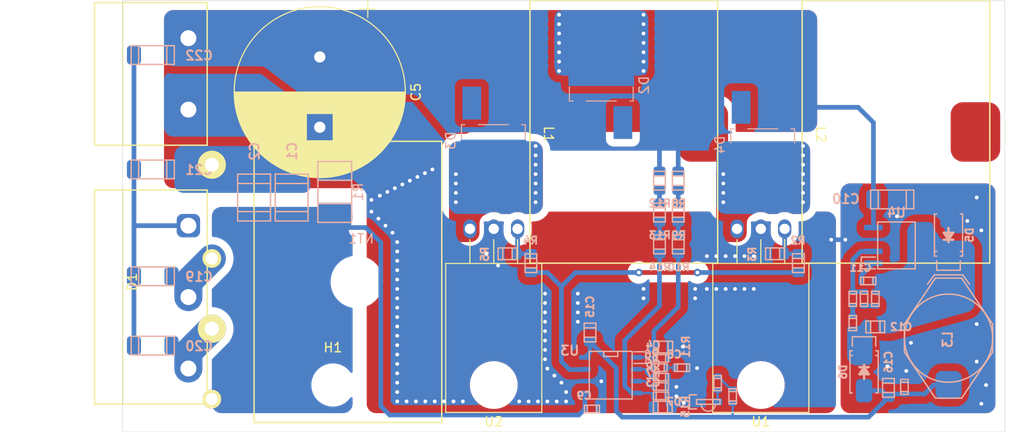
<source format=kicad_pcb>
(kicad_pcb (version 20200119) (host pcbnew "(5.99.0-1254-g6e593aa1e)")
  (layers (0 "F.Cu" signal) (31 "B.Cu" signal) (34 "B.Paste" user) (35 "F.Paste" user) (36 "B.SilkS" user) (37 "F.SilkS" user) (38 "B.Mask" user) (39 "F.Mask" user) (44 "Edge.Cuts" user))
  (net 0 "")
  (net 1 "Net-(D3-Pad2)")
  (net 2 "Net-(R2-Pad2)")
  (net 3 "Net-(R4-Pad2)")
  (net 4 "Net-(R8-Pad2)")
  (net 5 "Net-(R12-Pad2)")
  (net 6 "GND")
  (net 7 "Net-(D4-Pad2)")
  (net 8 "I_sense")
  (net 9 "U_OVP")
  (net 10 "U_FB")
  (net 11 "Net-(C6-Pad1)")
  (net 12 "Net-(C8-Pad1)")
  (net 13 "VPP")
  (net 14 "Net-(C11-Pad2)")
  (net 15 "Net-(C11-Pad1)")
  (net 16 "Net-(C12-Pad1)")
  (net 17 "+15V")
  (net 18 "Net-(D7-Pad2)")
  (net 19 "Gate")
  (net 20 "Net-(R7-Pad1)")
  (net 21 "Net-(R10-Pad1)")
  (net 22 "Net-(R13-Pad2)")
  (net 23 "Net-(R16-Pad2)")
  (net 24 "Net-(R16-Pad1)")
  (net 25 "Net-(R18-Pad2)")
  (net 26 "Net-(R21-Pad2)")
  (net 27 "GNDA")
  (net 28 "VDC")
  (net 29 "Net-(C19-Pad1)")
  (net 30 "Earth_Protective")
  (net 31 "Net-(C20-Pad1)")
  (module "stmbl-kicad-lib:C_1808" (layer "B.Cu") (at 49.2 105.8 180)
    (fp_text reference "C22" (at -4.936 -0.05) (layer "B.SilkS") (effects (font (thickness 0.2)) (justify mirror)))
    (fp_text value "C")
    (pad "1" smd roundrect (at -2 0 180) (size 1.5 2) (layers "B.Cu" "B.Paste" "B.Mask") (net 13 "VPP"))
    (pad "2" smd roundrect (at 2 0 180) (size 1.5 2) (layers "B.Cu" "B.Paste" "B.Mask") (net 30 "Earth_Protective"))
  )
  (module "stmbl-kicad-lib:C_1808" (layer "B.Cu") (at 49.2 118 180)
    (fp_text reference "C21" (at -4.936 -0.05) (layer "B.SilkS") (effects (font (thickness 0.2)) (justify mirror)))
    (fp_text value "C")
    (pad "1" smd roundrect (at -2 0 180) (size 1.5 2) (layers "B.Cu" "B.Paste" "B.Mask") (net 28 "VDC"))
    (pad "2" smd roundrect (at 2 0 180) (size 1.5 2) (layers "B.Cu" "B.Paste" "B.Mask") (net 30 "Earth_Protective"))
  )
  (module "stmbl-kicad-lib:C_1808" (layer "B.Cu") (at 49.2 136.8 180)
    (fp_text reference "C20" (at -4.936 -0.05) (layer "B.SilkS") (effects (font (thickness 0.2)) (justify mirror)))
    (fp_text value "C")
    (pad "1" smd roundrect (at -2 0 180) (size 1.5 2) (layers "B.Cu" "B.Paste" "B.Mask") (net 31 "Net-(C20-Pad1)"))
    (pad "2" smd roundrect (at 2 0 180) (size 1.5 2) (layers "B.Cu" "B.Paste" "B.Mask") (net 30 "Earth_Protective"))
  )
  (module "stmbl-kicad-lib:C_1808" (layer "B.Cu") (at 49.2 129.4 180)
    (fp_text reference "C19" (at -4.936 -0.05) (layer "B.SilkS") (effects (font (thickness 0.2)) (justify mirror)))
    (fp_text value "C")
    (pad "1" smd roundrect (at -2 0 180) (size 1.5 2) (layers "B.Cu" "B.Paste" "B.Mask") (net 29 "Net-(C19-Pad1)"))
    (pad "2" smd roundrect (at 2 0 180) (size 1.5 2) (layers "B.Cu" "B.Paste" "B.Mask") (net 30 "Earth_Protective"))
  )
  (module "MountingHole:MountingHole_3mm" (layer "F.Cu") (at 68.4 141)
    (fp_text reference "H1" (at 0 -4) (layer "F.SilkS"))
    (fp_text value "MountingHole")
    (pad "1" np_thru_hole circle (at 0 0) (size 3 3) (drill 3) (layers *.Cu *.Mask))
  )
  (module "stmbl-kicad-lib:TO-220-3_Horizontal_TabDown_small_pads" (layer "F.Cu") (at 88.08 124.34 180)
    (fp_text reference "U2" (at 2.54 -20.58) (layer "F.SilkS"))
    (fp_text value "NFET")
    (pad "3" thru_hole oval (at 5.08 0 180) (size 1.4 2) (drill 1.1) (layers *.Cu *.Mask) (net 1 "Net-(D3-Pad2)"))
    (pad "2" thru_hole oval (at 2.54 0 180) (size 1.4 2) (drill 1.1) (layers *.Cu *.Mask) (net 6 "GND"))
    (pad "1" thru_hole oval (at 0 0 180) (size 1.4 2) (drill 1.1) (layers *.Cu *.Mask) (net 3 "Net-(R4-Pad2)"))
    (pad "" np_thru_hole oval (at 2.54 -16.66 180) (size 3.5 3.5) (drill 3.5) (layers *.Cu *.Mask))
  )
  (module "stmbl-kicad-lib:TO-220-3_Horizontal_TabDown_small_pads" (layer "F.Cu") (at 116.54 124.34 180)
    (fp_text reference "U1" (at 2.54 -20.58) (layer "F.SilkS"))
    (fp_text value "NFET")
    (pad "3" thru_hole oval (at 5.08 0 180) (size 1.4 2) (drill 1.1) (layers *.Cu *.Mask) (net 7 "Net-(D4-Pad2)"))
    (pad "2" thru_hole oval (at 2.54 0 180) (size 1.4 2) (drill 1.1) (layers *.Cu *.Mask) (net 6 "GND"))
    (pad "1" thru_hole oval (at 0 0 180) (size 1.4 2) (drill 1.1) (layers *.Cu *.Mask) (net 2 "Net-(R2-Pad2)"))
    (pad "" np_thru_hole oval (at 2.54 -16.66 180) (size 3.5 3.5) (drill 3.5) (layers *.Cu *.Mask))
  )
  (module "stmbl-kicad-lib:dfb_bridge" (layer "F.Cu") (at 50 130 -90)
    (fp_text reference "D1" (at 0 3 90) (layer "F.SilkS"))
    (fp_text value "D_Bridge_+AA-")
    (pad "4" thru_hole circle (at 12.5 -5.5 270) (size 2 2) (drill 1.3) (layers *.Cu *.Mask "F.SilkS") (net 27 "GNDA"))
    (pad "3" thru_hole circle (at 5 -5.5 270) (size 3 3) (drill 1.5) (layers *.Cu *.Mask "F.SilkS") (net 31 "Net-(C20-Pad1)"))
    (pad "2" thru_hole circle (at -2.5 -5.5 270) (size 2 2) (drill 1.3) (layers *.Cu *.Mask "F.SilkS") (net 29 "Net-(C19-Pad1)"))
    (pad "1" thru_hole circle (at -12.5 -5.5 270) (size 3 3) (drill 1.5) (layers *.Cu *.Mask "F.SilkS") (net 28 "VDC"))
    (pad "" np_thru_hole circle (at 0 -20.955 270) (size 4 4) (drill 4) (layers *.Cu *.Mask))
  )
  (module "stmbl-kicad-lib:TO-252-2_STSiC" (layer "B.Cu") (at 97 108.425 90)
    (fp_text reference "D2" (at -0.575 4.55 90) (layer "B.SilkS") (effects (justify mirror)))
    (fp_text value "STPSC6H065B")
    (pad "2" smd rect (at 2.825 0 90) (size 7 7) (layers "B.Cu" "B.Mask") (net 28 "VDC"))
    (pad "1" smd rect (at -4.575 -2.28 90) (size 3.5 2) (layers "B.Cu" "B.Paste" "B.Mask") (net 13 "VPP"))
    (pad "" smd rect (at -4.575 2.3 90) (size 3.5 2) (layers "B.Cu" "B.Paste" "B.Mask"))
  )
  (module "stmbl-kicad-lib:RM7.62_1x3" (layer "F.Cu") (at 53 124 -90)
    (fp_text reference "J1" hide)
    (fp_text value "Conn_01x03_Male" hide)
    (pad "1" thru_hole circle (at 0 0 270) (size 2 2) (drill 1.7) (layers *.Cu *.Mask) (net 30 "Earth_Protective"))
    (pad "1" smd roundrect (at 0 0 270) (size 2.5 2.5) (layers "B.Cu" "B.Mask") (net 30 "Earth_Protective"))
    (pad "2" thru_hole circle (at 7.62 0 270) (size 2 2) (drill 1.7) (layers *.Cu *.Mask) (net 29 "Net-(C19-Pad1)"))
    (pad "2" smd roundrect (at 7.62 0 270) (size 2.5 2.5) (layers "B.Cu" "B.Mask") (net 29 "Net-(C19-Pad1)"))
    (pad "3" thru_hole circle (at 15.24 0 270) (size 2 2) (drill 1.7) (layers *.Cu *.Mask) (net 31 "Net-(C20-Pad1)"))
    (pad "3" smd roundrect (at 15.24 0 270) (size 2.5 2.5) (layers "B.Cu" "B.Mask") (net 31 "Net-(C20-Pad1)"))
  )
  (module "stmbl-kicad-lib:RM7.62_1x2" (layer "F.Cu") (at 53 104 -90)
    (fp_text reference "J2" hide)
    (fp_text value "CONN_01X02" hide)
    (pad "1" thru_hole circle (at 0 0 270) (size 2 2) (drill 1.7) (layers *.Cu *.Mask) (net 13 "VPP"))
    (pad "1" smd roundrect (at 0 0 270) (size 2.5 2.5) (layers "B.Cu" "B.Mask") (net 13 "VPP"))
    (pad "2" thru_hole circle (at 7.62 0 270) (size 2 2) (drill 1.7) (layers *.Cu *.Mask) (net 6 "GND"))
    (pad "2" smd roundrect (at 7.62 0 270) (size 2.5 2.5) (layers "B.Cu" "B.Mask") (net 6 "GND"))
  )
  (module "Capacitor_THT:CP_Radial_D18.0mm_P7.50mm" (layer "F.Cu") (at 67 106 -90)
    (fp_text reference "C5" (at 3.75 -10.25 90) (layer "F.SilkS"))
    (fp_text value "CP")
    (pad "1" thru_hole rect (at 0 0 270) (size 2.4 2.4) (drill 1.2) (layers *.Cu *.Mask) (net 13 "VPP"))
    (pad "2" thru_hole circle (at 7.5 0 270) (size 2.4 2.4) (drill 1.2) (layers *.Cu *.Mask) (net 6 "GND"))
  )
  (module "stmbl-kicad-lib:TO-252-2_STSiC" (layer "B.Cu") (at 85.5 115.5 -90)
    (fp_text reference "D3" (at -0.575 4.55 90) (layer "B.SilkS") (effects (justify mirror)))
    (fp_text value "STPSC6H065B")
    (pad "2" smd rect (at 2.825 0 270) (size 7 7) (layers "B.Cu" "B.Mask") (net 1 "Net-(D3-Pad2)"))
    (pad "1" smd rect (at -4.575 -2.28 270) (size 3.5 2) (layers "B.Cu" "B.Paste" "B.Mask") (net 13 "VPP"))
    (pad "" smd rect (at -4.575 2.3 270) (size 3.5 2) (layers "B.Cu" "B.Paste" "B.Mask"))
  )
  (module "stmbl-kicad-lib:TO-252-2_STSiC" (layer "B.Cu") (at 114.2 115.95 -90)
    (fp_text reference "D4" (at -0.575 4.55 90) (layer "B.SilkS") (effects (justify mirror)))
    (fp_text value "STPSC6H065B")
    (pad "2" smd rect (at 2.825 0 270) (size 7 7) (layers "B.Cu" "B.Mask") (net 7 "Net-(D4-Pad2)"))
    (pad "1" smd rect (at -4.575 -2.28 270) (size 3.5 2) (layers "B.Cu" "B.Paste" "B.Mask") (net 13 "VPP"))
    (pad "" smd rect (at -4.575 2.3 270) (size 3.5 2) (layers "B.Cu" "B.Paste" "B.Mask"))
  )
  (module "PQ2617BHA:PQ2617BHA" (layer "F.Cu") (at 100.15 114 -90)
    (fp_text reference "L1" (at 0.25 8.75 -90 unlocked) (layer "F.SilkS"))
    (fp_text value "INDUCTOR")
    (pad "" smd roundrect (at 0 -7.72 270) (size 6.35 5.28) (layers "F.Cu" "F.Paste" "F.Mask"))
    (pad "1" smd roundrect (at -5.075 14.355 270) (size 5.33 5.59) (layers "F.Cu" "F.Paste" "F.Mask") (net 28 "VDC"))
    (pad "2" smd roundrect (at 5.075 14.355 270) (size 5.33 5.59) (layers "F.Cu" "F.Paste" "F.Mask") (net 1 "Net-(D3-Pad2)"))
  )
  (module "PQ2617BHA:PQ2617BHA" (layer "F.Cu") (at 129.15 114 -90)
    (fp_text reference "L2" (at 0.25 8.75 -90 unlocked) (layer "F.SilkS"))
    (fp_text value "INDUCTOR")
    (pad "" smd roundrect (at 0 -7.72 270) (size 6.35 5.28) (layers "F.Cu" "F.Paste" "F.Mask"))
    (pad "1" smd roundrect (at -5.075 14.355 270) (size 5.33 5.59) (layers "F.Cu" "F.Paste" "F.Mask") (net 28 "VDC"))
    (pad "2" smd roundrect (at 5.075 14.355 270) (size 5.33 5.59) (layers "F.Cu" "F.Paste" "F.Mask") (net 7 "Net-(D4-Pad2)"))
  )
  (module "NetTie:NetTie-2_SMD_Pad0.5mm" (layer "B.Cu") (at 71.4 124.2)
    (fp_text reference "NT1" (at 0 1.2) (layer "B.SilkS") (effects (justify mirror)))
    (fp_text value "Net-Tie_2")
    (fp_poly (pts (xy -0.5 0.25) (xy 0.5 0.25) (xy 0.5 -0.25) (xy -0.5 -0.25)) (layer "B.Cu") (width 0))
    (pad "2" smd circle (at 0.5 0) (size 0.5 0.5) (layers "B.Cu") (net 8 "I_sense"))
    (pad "1" smd circle (at -0.5 0) (size 0.5 0.5) (layers "B.Cu") (net 27 "GNDA"))
  )
  (module "stmbl-kicad-lib:C_0603" (layer "B.Cu") (at 103.202499 139.1525)
    (fp_text reference "R6" (at -0.834 -1.416) (layer "B.SilkS") (effects (font (size 0.8 0.8) (thickness 0.2)) (justify mirror)))
    (fp_text value "R")
    (pad "2" smd roundrect (at 0.75 0) (size 0.59 0.8) (layers "B.Cu" "B.Paste" "B.Mask") (net 12 "Net-(C8-Pad1)"))
    (pad "1" smd roundrect (at -0.75 0) (size 0.59 0.8) (layers "B.Cu" "B.Paste" "B.Mask") (net 11 "Net-(C6-Pad1)"))
  )
  (module "stmbl-kicad-lib:C_0603" (layer "B.Cu") (at 103.3525 141.1525)
    (fp_text reference "R7" (at -0.834 -1.416) (layer "B.SilkS") (effects (font (size 0.8 0.8) (thickness 0.2)) (justify mirror)))
    (fp_text value "39k")
    (pad "2" smd roundrect (at 0.75 0) (size 0.59 0.8) (layers "B.Cu" "B.Paste" "B.Mask") (net 6 "GND"))
    (pad "1" smd roundrect (at -0.75 0) (size 0.59 0.8) (layers "B.Cu" "B.Paste" "B.Mask") (net 20 "Net-(R7-Pad1)"))
  )
  (module "stmbl:SOIC-7" (layer "B.Cu") (at 128.45 126.105)
    (fp_text reference "U4" (at 0 -3.5) (layer "B.SilkS") (effects (font (thickness 0.2)) (justify mirror)))
    (fp_text value "LNK304D")
    (pad "8" smd roundrect (at 2.45 1.905 90) (size 0.6 2) (layers "B.Cu" "B.Paste" "B.Mask") (net 14 "Net-(C11-Pad2)"))
    (pad "7" smd roundrect (at 2.45 0.635 90) (size 0.6 2) (layers "B.Cu" "B.Paste" "B.Mask") (net 14 "Net-(C11-Pad2)"))
    (pad "6" smd roundrect (at 2.45 -0.635 90) (size 0.6 2) (layers "B.Cu" "B.Paste" "B.Mask") (net 14 "Net-(C11-Pad2)"))
    (pad "5" smd roundrect (at 2.45 -1.905 90) (size 0.6 2) (layers "B.Cu" "B.Paste" "B.Mask") (net 14 "Net-(C11-Pad2)"))
    (pad "4" smd roundrect (at -2.45 -1.905 90) (size 0.6 2) (layers "B.Cu" "B.Paste" "B.Mask") (net 13 "VPP"))
    (pad "2" smd roundrect (at -2.45 0.635 90) (size 0.6 2) (layers "B.Cu" "B.Paste" "B.Mask") (net 23 "Net-(R16-Pad2)"))
    (pad "1" smd roundrect (at -2.45 1.905 90) (size 0.6 2) (layers "B.Cu" "B.Paste" "B.Mask") (net 15 "Net-(C11-Pad1)"))
  )
  (module "stmbl-kicad-lib:SOIC-8-N" (layer "B.Cu") (at 98.0025 139.9525 180)
    (fp_text reference "U3" (at 4.362 2.624 180) (layer "B.SilkS") (effects (font (thickness 0.2)) (justify mirror)))
    (fp_text value "BD7692FJ")
    (pad "1" smd roundrect (at -2.75 1.905 270) (size 0.5 1.25) (layers "B.Cu" "B.Paste" "B.Mask") (net 10 "U_FB"))
    (pad "2" smd roundrect (at -2.75 0.635 270) (size 0.5 1.25) (layers "B.Cu" "B.Paste" "B.Mask") (net 11 "Net-(C6-Pad1)"))
    (pad "3" smd roundrect (at -2.75 -0.635 270) (size 0.5 1.25) (layers "B.Cu" "B.Paste" "B.Mask") (net 20 "Net-(R7-Pad1)"))
    (pad "4" smd roundrect (at -2.75 -1.905 270) (size 0.5 1.25) (layers "B.Cu" "B.Paste" "B.Mask") (net 9 "U_OVP"))
    (pad "5" smd roundrect (at 2.75 -1.905 270) (size 0.5 1.25) (layers "B.Cu" "B.Paste" "B.Mask") (net 8 "I_sense"))
    (pad "6" smd roundrect (at 2.75 -0.635 270) (size 0.5 1.25) (layers "B.Cu" "B.Paste" "B.Mask") (net 6 "GND"))
    (pad "7" smd roundrect (at 2.75 0.635 270) (size 0.5 1.25) (layers "B.Cu" "B.Paste" "B.Mask") (net 19 "Gate"))
    (pad "8" smd roundrect (at 2.75 1.905 270) (size 0.5 1.25) (layers "B.Cu" "B.Paste" "B.Mask") (net 17 "+15V"))
  )
  (module "stmbl:R_0603" (layer "B.Cu") (at 109.4 140.8 -90)
    (fp_text reference "R22" hide)
    (fp_text value "1k")
    (pad "2" smd roundrect (at 0.75 0 270) (size 0.59 0.8) (layers "B.Cu" "B.Paste" "B.Mask") (net 18 "Net-(D7-Pad2)"))
    (pad "1" smd roundrect (at -0.75 0 270) (size 0.59 0.8) (layers "B.Cu" "B.Paste" "B.Mask") (net 26 "Net-(R21-Pad2)"))
  )
  (module "stmbl:R_0603" (layer "B.Cu") (at 111 142.2 90)
    (fp_text reference "R21" hide)
    (fp_text value "1k")
    (pad "2" smd roundrect (at 0.75 0 90) (size 0.59 0.8) (layers "B.Cu" "B.Paste" "B.Mask") (net 26 "Net-(R21-Pad2)"))
    (pad "1" smd roundrect (at -0.75 0 90) (size 0.59 0.8) (layers "B.Cu" "B.Paste" "B.Mask") (net 17 "+15V"))
  )
  (module "stmbl:R_0603" (layer "B.Cu") (at 129.3 141.2 90)
    (fp_text reference "R20" hide)
    (fp_text value "3.9k")
    (pad "2" smd roundrect (at 0.75 0 90) (size 0.59 0.8) (layers "B.Cu" "B.Paste" "B.Mask") (net 6 "GND"))
    (pad "1" smd roundrect (at -0.75 0 90) (size 0.59 0.8) (layers "B.Cu" "B.Paste" "B.Mask") (net 17 "+15V"))
  )
  (module "stmbl:R_0603" (layer "B.Cu") (at 123.8 134.4 -90)
    (fp_text reference "R19" hide)
    (fp_text value "15k")
    (pad "2" smd roundrect (at 0.75 0 270) (size 0.59 0.8) (layers "B.Cu" "B.Paste" "B.Mask") (net 16 "Net-(C12-Pad1)"))
    (pad "1" smd roundrect (at -0.75 0 270) (size 0.59 0.8) (layers "B.Cu" "B.Paste" "B.Mask") (net 25 "Net-(R18-Pad2)"))
  )
  (module "stmbl:R_0603" (layer "B.Cu") (at 123.8 131.8 -90)
    (fp_text reference "R18" hide)
    (fp_text value "1.5k")
    (pad "2" smd roundrect (at 0.75 0 270) (size 0.59 0.8) (layers "B.Cu" "B.Paste" "B.Mask") (net 25 "Net-(R18-Pad2)"))
    (pad "1" smd roundrect (at -0.75 0 270) (size 0.59 0.8) (layers "B.Cu" "B.Paste" "B.Mask") (net 23 "Net-(R16-Pad2)"))
  )
  (module "stmbl:R_0603" (layer "B.Cu") (at 126.2 131.8 -90)
    (fp_text reference "R17" hide)
    (fp_text value "1k")
    (pad "2" smd roundrect (at 0.75 0 270) (size 0.59 0.8) (layers "B.Cu" "B.Paste" "B.Mask") (net 24 "Net-(R16-Pad1)"))
    (pad "1" smd roundrect (at -0.75 0 270) (size 0.59 0.8) (layers "B.Cu" "B.Paste" "B.Mask") (net 14 "Net-(C11-Pad2)"))
  )
  (module "stmbl:R_0603" (layer "B.Cu") (at 125 131.8 90)
    (fp_text reference "R16" hide)
    (fp_text value "1k")
    (pad "2" smd roundrect (at 0.75 0 90) (size 0.59 0.8) (layers "B.Cu" "B.Paste" "B.Mask") (net 23 "Net-(R16-Pad2)"))
    (pad "1" smd roundrect (at -0.75 0 90) (size 0.59 0.8) (layers "B.Cu" "B.Paste" "B.Mask") (net 24 "Net-(R16-Pad1)"))
  )
  (module "stmbl:NPI31W" (layer "B.Cu") (at 134 136 -90)
    (fp_text reference "L3" (at 0.142 0.096 90) (layer "B.SilkS") (effects (font (thickness 0.2)) (justify mirror)))
    (fp_text value "1m 250mA")
    (pad "2" smd roundrect (at 5 0 270) (size 3 2.8) (layers "B.Cu" "B.Paste" "B.Mask") (net 17 "+15V"))
    (pad "1" smd roundrect (at -5 0 270) (size 3 2.8) (layers "B.Cu" "B.Paste" "B.Mask") (net 14 "Net-(C11-Pad2)"))
  )
  (module "stmbl:LED-0805-SIDE" (layer "B.Cu") (at 108.4 142.8)
    (fp_text reference "D7" (at -3.67 -0.016) (layer "B.SilkS") (effects (font (size 0.8 0.8) (thickness 0.2)) (justify mirror)))
    (fp_text value "green")
    (pad "2" smd roundrect (at 1 0 180) (size 1 0.75) (layers "B.Cu" "B.Paste" "B.Mask") (net 18 "Net-(D7-Pad2)"))
    (pad "1" smd roundrect (at -1 0 180) (size 1 0.75) (layers "B.Cu" "B.Paste" "B.Mask") (net 6 "GND"))
  )
  (module "stmbl:SMA_Standard" (layer "B.Cu") (at 125 139.6 -90)
    (fp_text reference "D6" (at 0 2.25 90) (layer "B.SilkS") (effects (font (size 0.8 0.8) (thickness 0.2)) (justify mirror)))
    (fp_text value "ES1J R2")
    (pad "2" smd roundrect (at 2 0 270) (size 2.5 1.75) (layers "B.Cu" "B.Paste" "B.Mask") (net 17 "+15V"))
    (pad "1" smd roundrect (at -2 0 270) (size 2.5 1.75) (layers "B.Cu" "B.Paste" "B.Mask") (net 16 "Net-(C12-Pad1)"))
  )
  (module "stmbl:SMA_Standard" (layer "B.Cu") (at 134 125 90)
    (fp_text reference "D5" (at 0 2.25 270) (layer "B.SilkS") (effects (font (size 0.8 0.8) (thickness 0.2)) (justify mirror)))
    (fp_text value "ES1J R2")
    (pad "2" smd roundrect (at 2 0 90) (size 2.5 1.75) (layers "B.Cu" "B.Paste" "B.Mask") (net 6 "GND"))
    (pad "1" smd roundrect (at -2 0 90) (size 2.5 1.75) (layers "B.Cu" "B.Paste" "B.Mask") (net 14 "Net-(C11-Pad2)"))
  )
  (module "stmbl:C_0805" (layer "B.Cu") (at 127.6 141.3 90)
    (fp_text reference "C16" (at 2.75 0 90) (layer "B.SilkS") (effects (font (size 0.8 0.8) (thickness 0.2)) (justify mirror)))
    (fp_text value "10µ")
    (pad "1" smd roundrect (at -1 0 90) (size 1 1.25) (layers "B.Cu" "B.Paste" "B.Mask") (net 17 "+15V"))
    (pad "2" smd roundrect (at 1 0 90) (size 1 1.25) (layers "B.Cu" "B.Paste" "B.Mask") (net 6 "GND"))
  )
  (module "stmbl:C_0805" (layer "B.Cu") (at 95.8 135.4 90)
    (fp_text reference "C15" (at 2.75 0 270) (layer "B.SilkS") (effects (font (size 0.8 0.8) (thickness 0.2)) (justify mirror)))
    (fp_text value "10µ")
    (pad "1" smd roundrect (at -1 0 90) (size 1 1.25) (layers "B.Cu" "B.Paste" "B.Mask") (net 17 "+15V"))
    (pad "2" smd roundrect (at 1 0 90) (size 1 1.25) (layers "B.Cu" "B.Paste" "B.Mask") (net 6 "GND"))
  )
  (module "stmbl:C_0805" (layer "B.Cu") (at 126.2 134.8)
    (fp_text reference "C12" (at 2.75 0 180) (layer "B.SilkS") (effects (font (size 0.8 0.8) (thickness 0.2)) (justify mirror)))
    (fp_text value "10µ")
    (pad "1" smd roundrect (at -1 0) (size 1 1.25) (layers "B.Cu" "B.Paste" "B.Mask") (net 16 "Net-(C12-Pad1)"))
    (pad "2" smd roundrect (at 1 0) (size 1 1.25) (layers "B.Cu" "B.Paste" "B.Mask") (net 14 "Net-(C11-Pad2)"))
  )
  (module "stmbl:C_0603" (layer "B.Cu") (at 125.45 129.9)
    (fp_text reference "C11" (at -0.834 -1.416) (layer "B.SilkS") (effects (font (size 0.8 0.8) (thickness 0.2)) (justify mirror)))
    (fp_text value "100n")
    (pad "2" smd roundrect (at 0.75 0) (size 0.59 0.8) (layers "B.Cu" "B.Paste" "B.Mask") (net 14 "Net-(C11-Pad2)"))
    (pad "1" smd roundrect (at -0.75 0) (size 0.59 0.8) (layers "B.Cu" "B.Paste" "B.Mask") (net 15 "Net-(C11-Pad1)"))
  )
  (module "stmbl:C_1808" (layer "B.Cu") (at 128 121.2)
    (fp_text reference "C10" (at -4.936 -0.05 180) (layer "B.SilkS") (effects (font (thickness 0.2)) (justify mirror)))
    (fp_text value "150n")
    (pad "1" smd roundrect (at -2 0) (size 1.5 2) (layers "B.Cu" "B.Paste" "B.Mask") (net 13 "VPP"))
    (pad "2" smd roundrect (at 2 0) (size 1.5 2) (layers "B.Cu" "B.Paste" "B.Mask") (net 6 "GND"))
  )
  (module "stmbl-kicad-lib:C_0603" (layer "B.Cu") (at 96.0025 143.552499)
    (fp_text reference "C9" (at -0.834 -1.416) (layer "B.SilkS") (effects (font (size 0.8 0.8) (thickness 0.2)) (justify mirror)))
    (fp_text value "1n")
    (pad "2" smd roundrect (at 0.75 0) (size 0.59 0.8) (layers "B.Cu" "B.Paste" "B.Mask") (net 6 "GND"))
    (pad "1" smd roundrect (at -0.75 0) (size 0.59 0.8) (layers "B.Cu" "B.Paste" "B.Mask") (net 8 "I_sense"))
  )
  (module "stmbl-kicad-lib:C_0603" (layer "B.Cu") (at 105.6025 139.1525)
    (fp_text reference "C8" (at -0.834 -1.416) (layer "B.SilkS") (effects (font (size 0.8 0.8) (thickness 0.2)) (justify mirror)))
    (fp_text value "C")
    (pad "2" smd roundrect (at 0.75 0) (size 0.59 0.8) (layers "B.Cu" "B.Paste" "B.Mask") (net 6 "GND"))
    (pad "1" smd roundrect (at -0.75 0) (size 0.59 0.8) (layers "B.Cu" "B.Paste" "B.Mask") (net 12 "Net-(C8-Pad1)"))
  )
  (module "stmbl-kicad-lib:C_0603" (layer "B.Cu") (at 103.3525 140.1525)
    (fp_text reference "C6" (at -0.834 -1.416) (layer "B.SilkS") (effects (font (size 0.8 0.8) (thickness 0.2)) (justify mirror)))
    (fp_text value "C")
    (pad "2" smd roundrect (at 0.75 0) (size 0.59 0.8) (layers "B.Cu" "B.Paste" "B.Mask") (net 6 "GND"))
    (pad "1" smd roundrect (at -0.75 0) (size 0.59 0.8) (layers "B.Cu" "B.Paste" "B.Mask") (net 11 "Net-(C6-Pad1)"))
  )
  (module "stmbl-kicad-lib:C_0603" (layer "B.Cu") (at 103.3525 138.1525)
    (fp_text reference "C4" (at -0.834 -1.416) (layer "B.SilkS") (effects (font (size 0.8 0.8) (thickness 0.2)) (justify mirror)))
    (fp_text value "1n")
    (pad "2" smd roundrect (at 0.75 0) (size 0.59 0.8) (layers "B.Cu" "B.Paste" "B.Mask") (net 6 "GND"))
    (pad "1" smd roundrect (at -0.75 0) (size 0.59 0.8) (layers "B.Cu" "B.Paste" "B.Mask") (net 10 "U_FB"))
  )
  (module "stmbl-kicad-lib:C_0603" (layer "B.Cu") (at 103.3525 142.1525)
    (fp_text reference "C3" (at -0.834 -1.416 180) (layer "B.SilkS") (effects (font (size 0.8 0.8) (thickness 0.2)) (justify mirror)))
    (fp_text value "1n")
    (pad "2" smd roundrect (at 0.75 0) (size 0.59 0.8) (layers "B.Cu" "B.Paste" "B.Mask") (net 6 "GND"))
    (pad "1" smd roundrect (at -0.75 0) (size 0.59 0.8) (layers "B.Cu" "B.Paste" "B.Mask") (net 9 "U_OVP"))
  )
  (module "stmbl-kicad-lib:R_2512_BIG" (layer "B.Cu") (at 68.6 120.4 90)
    (fp_text reference "R1" (at 0 2.5 90) (layer "B.SilkS") (effects (justify mirror)))
    (fp_text value ".06")
    (pad "2" smd rect (at 2.5 0 90) (size 2.7 3.5) (layers "B.Cu" "B.Paste" "B.Mask") (net 6 "GND"))
    (pad "1" smd rect (at -2.5 0 90) (size 2.7 3.5) (layers "B.Cu" "B.Paste" "B.Mask") (net 27 "GNDA"))
  )
  (module "stmbl-kicad-lib:R_0805" (layer "B.Cu") (at 103.5525 143.3525)
    (fp_text reference "R15" (at 2.412 -0.04 90) (layer "B.SilkS") (effects (font (size 0.8 0.8) (thickness 0.2)) (justify mirror)))
    (fp_text value "10k")
    (pad "1" smd roundrect (at -1 0) (size 1 1.25) (layers "B.Cu" "B.Paste" "B.Mask") (net 9 "U_OVP"))
    (pad "2" smd roundrect (at 1 0) (size 1 1.25) (layers "B.Cu" "B.Paste" "B.Mask") (net 6 "GND"))
  )
  (module "stmbl-kicad-lib:R_0805" (layer "B.Cu") (at 103.2 126 -90)
    (fp_text reference "R14" (at 2.412 -0.04 180) (layer "B.SilkS") (effects (font (size 0.8 0.8) (thickness 0.2)) (justify mirror)))
    (fp_text value "390k")
    (pad "1" smd roundrect (at -1 0 270) (size 1 1.25) (layers "B.Cu" "B.Paste" "B.Mask") (net 22 "Net-(R13-Pad2)"))
    (pad "2" smd roundrect (at 1 0 270) (size 1 1.25) (layers "B.Cu" "B.Paste" "B.Mask") (net 9 "U_OVP"))
  )
  (module "stmbl-kicad-lib:R_0805" (layer "B.Cu") (at 103.2 122.6 -90)
    (fp_text reference "R13" (at 2.412 -0.04 180) (layer "B.SilkS") (effects (font (size 0.8 0.8) (thickness 0.2)) (justify mirror)))
    (fp_text value "500k")
    (pad "1" smd roundrect (at -1 0 270) (size 1 1.25) (layers "B.Cu" "B.Paste" "B.Mask") (net 5 "Net-(R12-Pad2)"))
    (pad "2" smd roundrect (at 1 0 270) (size 1 1.25) (layers "B.Cu" "B.Paste" "B.Mask") (net 22 "Net-(R13-Pad2)"))
  )
  (module "stmbl-kicad-lib:R_0805" (layer "B.Cu") (at 103.2 119.2 -90)
    (fp_text reference "R12" (at 2.412 -0.04 180) (layer "B.SilkS") (effects (font (size 0.8 0.8) (thickness 0.2)) (justify mirror)))
    (fp_text value "500k")
    (pad "1" smd roundrect (at -1 0 270) (size 1 1.25) (layers "B.Cu" "B.Paste" "B.Mask") (net 13 "VPP"))
    (pad "2" smd roundrect (at 1 0 270) (size 1 1.25) (layers "B.Cu" "B.Paste" "B.Mask") (net 5 "Net-(R12-Pad2)"))
  )
  (module "stmbl-kicad-lib:R_0805" (layer "B.Cu") (at 103.6025 136.9525)
    (fp_text reference "R11" (at 2.412 -0.04 270) (layer "B.SilkS") (effects (font (size 0.8 0.8) (thickness 0.2)) (justify mirror)))
    (fp_text value "10k")
    (pad "1" smd roundrect (at -1 0) (size 1 1.25) (layers "B.Cu" "B.Paste" "B.Mask") (net 10 "U_FB"))
    (pad "2" smd roundrect (at 1 0) (size 1 1.25) (layers "B.Cu" "B.Paste" "B.Mask") (net 6 "GND"))
  )
  (module "stmbl-kicad-lib:R_0805" (layer "B.Cu") (at 105.2 126 -90)
    (fp_text reference "R10" (at 2.412 -0.04 180) (layer "B.SilkS") (effects (font (size 0.8 0.8) (thickness 0.2)) (justify mirror)))
    (fp_text value "390k")
    (pad "1" smd roundrect (at -1 0 270) (size 1 1.25) (layers "B.Cu" "B.Paste" "B.Mask") (net 21 "Net-(R10-Pad1)"))
    (pad "2" smd roundrect (at 1 0 270) (size 1 1.25) (layers "B.Cu" "B.Paste" "B.Mask") (net 10 "U_FB"))
  )
  (module "stmbl-kicad-lib:R_0805" (layer "B.Cu") (at 105.2 122.6 -90)
    (fp_text reference "R9" (at 2.412 -0.04 180) (layer "B.SilkS") (effects (font (size 0.8 0.8) (thickness 0.2)) (justify mirror)))
    (fp_text value "500k")
    (pad "1" smd roundrect (at -1 0 270) (size 1 1.25) (layers "B.Cu" "B.Paste" "B.Mask") (net 4 "Net-(R8-Pad2)"))
    (pad "2" smd roundrect (at 1 0 270) (size 1 1.25) (layers "B.Cu" "B.Paste" "B.Mask") (net 21 "Net-(R10-Pad1)"))
  )
  (module "stmbl-kicad-lib:R_0805" (layer "B.Cu") (at 105.2 119.2 -90)
    (fp_text reference "R8" (at 2.412 -0.04 180) (layer "B.SilkS") (effects (font (size 0.8 0.8) (thickness 0.2)) (justify mirror)))
    (fp_text value "500k")
    (pad "1" smd roundrect (at -1 0 270) (size 1 1.25) (layers "B.Cu" "B.Paste" "B.Mask") (net 13 "VPP"))
    (pad "2" smd roundrect (at 1 0 270) (size 1 1.25) (layers "B.Cu" "B.Paste" "B.Mask") (net 4 "Net-(R8-Pad2)"))
  )
  (module "stmbl-kicad-lib:R_0805" (layer "B.Cu") (at 87 127 180)
    (fp_text reference "R5" (at 2.412 -0.04 270) (layer "B.SilkS") (effects (font (size 0.8 0.8) (thickness 0.2)) (justify mirror)))
    (fp_text value "10k")
    (pad "1" smd roundrect (at -1 0 180) (size 1 1.25) (layers "B.Cu" "B.Paste" "B.Mask") (net 3 "Net-(R4-Pad2)"))
    (pad "2" smd roundrect (at 1 0 180) (size 1 1.25) (layers "B.Cu" "B.Paste" "B.Mask") (net 6 "GND"))
  )
  (module "stmbl-kicad-lib:R_0805" (layer "B.Cu") (at 89.5 128 90)
    (fp_text reference "R4" (at 2.412 -0.04 180) (layer "B.SilkS") (effects (font (size 0.8 0.8) (thickness 0.2)) (justify mirror)))
    (fp_text value "22")
    (pad "1" smd roundrect (at -1 0 90) (size 1 1.25) (layers "B.Cu" "B.Paste" "B.Mask") (net 19 "Gate"))
    (pad "2" smd roundrect (at 1 0 90) (size 1 1.25) (layers "B.Cu" "B.Paste" "B.Mask") (net 3 "Net-(R4-Pad2)"))
  )
  (module "stmbl-kicad-lib:R_0805" (layer "B.Cu") (at 115.5 127 180)
    (fp_text reference "R3" (at 2.412 -0.04 270) (layer "B.SilkS") (effects (font (size 0.8 0.8) (thickness 0.2)) (justify mirror)))
    (fp_text value "10k")
    (pad "1" smd roundrect (at -1 0 180) (size 1 1.25) (layers "B.Cu" "B.Paste" "B.Mask") (net 2 "Net-(R2-Pad2)"))
    (pad "2" smd roundrect (at 1 0 180) (size 1 1.25) (layers "B.Cu" "B.Paste" "B.Mask") (net 6 "GND"))
  )
  (module "stmbl-kicad-lib:R_0805" (layer "B.Cu") (at 118 128 90)
    (fp_text reference "R2" (at 2.412 -0.04 180) (layer "B.SilkS") (effects (font (size 0.8 0.8) (thickness 0.2)) (justify mirror)))
    (fp_text value "22")
    (pad "1" smd roundrect (at -1 0 90) (size 1 1.25) (layers "B.Cu" "B.Paste" "B.Mask") (net 19 "Gate"))
    (pad "2" smd roundrect (at 1 0 90) (size 1 1.25) (layers "B.Cu" "B.Paste" "B.Mask") (net 2 "Net-(R2-Pad2)"))
  )
  (module "stmbl-kicad-lib:C_1812" (layer "B.Cu") (at 60 121 -90)
    (fp_text reference "C2" (at -4.936 -0.05 -90) (layer "B.SilkS") (effects (font (thickness 0.2)) (justify mirror)))
    (fp_text value "C")
    (pad "1" smd roundrect (at -2 0 270) (size 1.5 3.5) (layers "B.Cu" "B.Paste" "B.Mask") (net 28 "VDC"))
    (pad "2" smd roundrect (at 2 0 270) (size 1.5 3.5) (layers "B.Cu" "B.Paste" "B.Mask") (net 27 "GNDA"))
  )
  (module "stmbl-kicad-lib:C_1812" (layer "B.Cu") (at 64.000001 120.999999 -90)
    (fp_text reference "C1" (at -4.936 -0.05 -90) (layer "B.SilkS") (effects (font (thickness 0.2)) (justify mirror)))
    (fp_text value "C")
    (pad "1" smd roundrect (at -2 0 270) (size 1.5 3.5) (layers "B.Cu" "B.Paste" "B.Mask") (net 28 "VDC"))
    (pad "2" smd roundrect (at 2 0 270) (size 1.5 3.5) (layers "B.Cu" "B.Paste" "B.Mask") (net 27 "GNDA"))
  )
  (gr_line (start 140 100) (end 140 146) (layer "Edge.Cuts") (width 0.05))
  (gr_line (start 140 146) (end 46 146) (layer "Edge.Cuts") (width 0.05))
  (gr_line (start 46 146) (end 46 100) (layer "Edge.Cuts") (width 0.05))
  (gr_line (start 46 100) (end 140 100) (layer "Edge.Cuts") (width 0.05))
  (segment (start 47.2 124.2) (end 47.2 136.8) (width 0.5) (layer "B.Cu") (net 30))
  (segment (start 47.2 105.8) (end 47.2 124.2) (width 0.5) (layer "B.Cu") (net 30))
  (segment (start 53 124) (end 47.4 124) (width 0.5) (layer "B.Cu") (net 30))
  (segment (start 47.4 124) (end 47.2 124.2) (width 0.5) (layer "B.Cu") (net 30))
  (segment (start 111 141.45) (end 110.8 141.45) (width 0.25) (layer "B.Cu") (net 26))
  (segment (start 110.8 141.45) (end 109.4 140.05) (width 0.25) (layer "B.Cu") (net 26))
  (segment (start 109.4 141.55) (end 109.4 142.8) (width 0.25) (layer "B.Cu") (net 18))
  (segment (start 110.97249 144.42751) (end 99.22751 144.42751) (width 0.5) (layer "B.Cu") (net 17))
  (segment (start 111 144.4) (end 110.97249 144.42751) (width 0.25) (layer "B.Cu") (net 17))
  (segment (start 125.47249 144.42751) (end 110.97249 144.42751) (width 0.5) (layer "B.Cu") (net 17))
  (segment (start 111 142.95) (end 111 144.4) (width 0.25) (layer "B.Cu") (net 17))
  (segment (start 53 131.62) (end 53 130) (width 3) (layer "B.Cu") (net 29))
  (segment (start 53 130) (end 55.5 127.5) (width 3) (layer "B.Cu") (net 29))
  (segment (start 53 139.24) (end 53 137.5) (width 3) (layer "B.Cu") (net 31))
  (segment (start 53 137.5) (end 55.5 135) (width 3) (layer "B.Cu") (net 31))
  (segment (start 123 125.5) (end 121.5 125.5) (width 0.5) (layer "B.Cu") (net 6))
  (via (at 121.5 125.5) (size 0.8) (drill 0.4) (layers "F.Cu" "B.Cu") (net 6))
  (via (at 123 125.5) (size 0.8) (drill 0.4) (layers "F.Cu" "B.Cu") (net 6))
  (via (at 137.5 143) (size 0.8) (drill 0.4) (layers "F.Cu" "B.Cu") (net 6))
  (via (at 138 141) (size 0.8) (drill 0.4) (layers "F.Cu" "B.Cu") (net 6))
  (via (at 137 121) (size 0.8) (drill 0.4) (layers "F.Cu" "B.Cu") (net 6))
  (via (at 130 136.5) (size 0.8) (drill 0.4) (layers "F.Cu" "B.Cu") (net 6))
  (segment (start 126 121.2) (end 126 124.2) (width 0.5) (layer "B.Cu") (net 13))
  (segment (start 116.48 111.375) (end 124.375 111.375) (width 0.5) (layer "B.Cu") (net 13))
  (segment (start 124.375 111.375) (end 126 113) (width 0.5) (layer "B.Cu") (net 13))
  (segment (start 126 113) (end 126 121.2) (width 0.5) (layer "B.Cu") (net 13))
  (via (at 128.5 123) (size 0.8) (drill 0.4) (layers "F.Cu" "B.Cu") (net 6))
  (via (at 136 123.5) (size 0.8) (drill 0.4) (layers "F.Cu" "B.Cu") (net 6))
  (via (at 137.5 124.5) (size 0.8) (drill 0.4) (layers "F.Cu" "B.Cu") (net 6))
  (via (at 137 134.5) (size 0.8) (drill 0.4) (layers "F.Cu" "B.Cu") (net 6))
  (via (at 137 138.5) (size 0.8) (drill 0.4) (layers "F.Cu" "B.Cu") (net 6))
  (via (at 129.5 139.5) (size 0.8) (drill 0.4) (layers "F.Cu" "B.Cu") (net 6))
  (via (at 127.5 139) (size 0.8) (drill 0.4) (layers "F.Cu" "B.Cu") (net 6))
  (segment (start 134 141) (end 132.4 141) (width 0.5) (layer "B.Cu") (net 17))
  (segment (start 131.45 141.95) (end 129.3 141.95) (width 0.5) (layer "B.Cu") (net 17))
  (segment (start 132.4 141) (end 131.45 141.95) (width 0.5) (layer "B.Cu") (net 17))
  (segment (start 129.3 141.95) (end 127.95 141.95) (width 0.5) (layer "B.Cu") (net 17))
  (segment (start 127.95 141.95) (end 127.6 142.3) (width 0.5) (layer "B.Cu") (net 17))
  (segment (start 125 141.6) (end 126.9 141.6) (width 0.5) (layer "B.Cu") (net 17))
  (segment (start 126.9 141.6) (end 127.6 142.3) (width 0.5) (layer "B.Cu") (net 17))
  (via (at 107.2 139.2) (size 0.8) (drill 0.4) (layers "F.Cu" "B.Cu") (net 6))
  (via (at 105.7 136.9) (size 0.8) (drill 0.4) (layers "F.Cu" "B.Cu") (net 6))
  (via (at 105 141.2) (size 0.8) (drill 0.4) (layers "F.Cu" "B.Cu") (net 6))
  (via (at 105 142.2) (size 0.8) (drill 0.4) (layers "F.Cu" "B.Cu") (net 6))
  (via (at 105.8 142.9) (size 0.8) (drill 0.4) (layers "F.Cu" "B.Cu") (net 6))
  (via (at 97 140.6) (size 0.8) (drill 0.4) (layers "F.Cu" "B.Cu") (net 6))
  (segment (start 99.22751 144.42751) (end 98.6 143.8) (width 0.5) (layer "B.Cu") (net 17))
  (segment (start 127.6 142.3) (end 125.47249 144.42751) (width 0.5) (layer "B.Cu") (net 17))
  (segment (start 98.6 143.8) (end 98.6 139.2) (width 0.5) (layer "B.Cu") (net 17))
  (segment (start 98.6 139.2) (end 95.8 136.4) (width 0.5) (layer "B.Cu") (net 17))
  (segment (start 103.2 132.55) (end 99.5 136.25) (width 0.5) (layer "B.Cu") (net 9))
  (segment (start 103.2 127) (end 103.2 132.55) (width 0.5) (layer "B.Cu") (net 9))
  (segment (start 99.5 136.25) (end 99.5 141.1) (width 0.5) (layer "B.Cu") (net 9))
  (segment (start 99.5 141.1) (end 100.2575 141.8575) (width 0.5) (layer "B.Cu") (net 9))
  (segment (start 100.2575 141.8575) (end 100.7525 141.8575) (width 0.5) (layer "B.Cu") (net 9))
  (segment (start 95.8 136.4) (end 95.8 137.5) (width 0.5) (layer "B.Cu") (net 17))
  (segment (start 95.8 137.5) (end 95.2525 138.0475) (width 0.5) (layer "B.Cu") (net 17))
  (segment (start 123.8 132.55) (end 123.8 133.65) (width 0.5) (layer "B.Cu") (net 25))
  (segment (start 126 126.74) (end 124.66 126.74) (width 0.5) (layer "B.Cu") (net 23))
  (segment (start 124.66 126.74) (end 123.8 127.6) (width 0.5) (layer "B.Cu") (net 23))
  (segment (start 123.8 127.6) (end 123.8 131.05) (width 0.5) (layer "B.Cu") (net 23))
  (segment (start 124.7 129.9) (end 124.7 129.31) (width 0.5) (layer "B.Cu") (net 15))
  (segment (start 124.7 129.31) (end 126 128.01) (width 0.5) (layer "B.Cu") (net 15))
  (segment (start 125 131.05) (end 123.8 131.05) (width 0.5) (layer "B.Cu") (net 23))
  (segment (start 126.2 132.55) (end 125 132.55) (width 0.5) (layer "B.Cu") (net 24))
  (via (at 79 118) (size 0.8) (drill 0.4) (layers "F.Cu" "B.Cu") (net 6))
  (segment (start 94.604999 144.2) (end 74.45 144.2) (width 0.5) (layer "B.Cu") (net 8))
  (segment (start 74.45 144.2) (end 73.5 143.25) (width 0.5) (layer "B.Cu") (net 8))
  (segment (start 95.2525 143.552499) (end 94.604999 144.2) (width 0.5) (layer "B.Cu") (net 8))
  (segment (start 73.5 143.25) (end 73.5 125.8) (width 0.5) (layer "B.Cu") (net 8))
  (segment (start 73.5 125.8) (end 71.9 124.2) (width 0.5) (layer "B.Cu") (net 8))
  (via (at 92.75 140.75) (size 0.8) (drill 0.4) (layers "F.Cu" "B.Cu") (net 6))
  (via (at 92 140) (size 0.8) (drill 0.4) (layers "F.Cu" "B.Cu") (net 6))
  (via (at 91.25 139.25) (size 0.8) (drill 0.4) (layers "F.Cu" "B.Cu") (net 6))
  (via (at 91 137.25) (size 0.8) (drill 0.4) (layers "F.Cu" "B.Cu") (net 6))
  (via (at 91 138.25) (size 0.8) (drill 0.4) (layers "F.Cu" "B.Cu") (net 6))
  (via (at 93.25 141.75) (size 0.8) (drill 0.4) (layers "F.Cu" "B.Cu") (net 6))
  (via (at 93.25 142.75) (size 0.8) (drill 0.4) (layers "F.Cu" "B.Cu") (net 6))
  (via (at 92.25 142.75) (size 0.8) (drill 0.4) (layers "F.Cu" "B.Cu") (net 6))
  (via (at 90.249998 142.75) (size 0.8) (drill 0.4) (layers "F.Cu" "B.Cu") (net 6))
  (via (at 91.25 142.75) (size 0.8) (drill 0.4) (layers "F.Cu" "B.Cu") (net 6))
  (via (at 88.249999 142.75) (size 0.8) (drill 0.4) (layers "F.Cu" "B.Cu") (net 6))
  (via (at 89.249999 142.75) (size 0.8) (drill 0.4) (layers "F.Cu" "B.Cu") (net 6))
  (via (at 72.5 122.5) (size 0.8) (drill 0.4) (layers "F.Cu" "B.Cu") (net 6))
  (via (at 73.25 123.25) (size 0.8) (drill 0.4) (layers "F.Cu" "B.Cu") (net 6))
  (via (at 74 124) (size 0.8) (drill 0.4) (layers "F.Cu" "B.Cu") (net 6))
  (via (at 74.75 124.75) (size 0.8) (drill 0.4) (layers "F.Cu" "B.Cu") (net 6))
  (via (at 75.25 125.75) (size 0.8) (drill 0.4) (layers "F.Cu" "B.Cu") (net 6))
  (via (at 75.25 126.75) (size 0.8) (drill 0.4) (layers "F.Cu" "B.Cu") (net 6))
  (via (at 75.25 127.749999) (size 0.8) (drill 0.4) (layers "F.Cu" "B.Cu") (net 6))
  (via (at 75.25 128.749999) (size 0.8) (drill 0.4) (layers "F.Cu" "B.Cu") (net 6))
  (via (at 75.25 131.75) (size 0.8) (drill 0.4) (layers "F.Cu" "B.Cu") (net 6))
  (via (at 75.25 129.75) (size 0.8) (drill 0.4) (layers "F.Cu" "B.Cu") (net 6))
  (via (at 75.25 130.749999) (size 0.8) (drill 0.4) (layers "F.Cu" "B.Cu") (net 6))
  (via (at 75.25 134.749998) (size 0.8) (drill 0.4) (layers "F.Cu" "B.Cu") (net 6))
  (via (at 75.25 133.749999) (size 0.8) (drill 0.4) (layers "F.Cu" "B.Cu") (net 6))
  (via (at 75.25 132.749999) (size 0.8) (drill 0.4) (layers "F.Cu" "B.Cu") (net 6))
  (via (at 76.25 142.75) (size 0.8) (drill 0.4) (layers "F.Cu" "B.Cu") (net 6))
  (via (at 77.25 142.75) (size 0.8) (drill 0.4) (layers "F.Cu" "B.Cu") (net 6))
  (via (at 80.250001 142.75) (size 0.8) (drill 0.4) (layers "F.Cu" "B.Cu") (net 6))
  (via (at 78.25 142.75) (size 0.8) (drill 0.4) (layers "F.Cu" "B.Cu") (net 6))
  (via (at 79.249999 142.75) (size 0.8) (drill 0.4) (layers "F.Cu" "B.Cu") (net 6))
  (via (at 82.25 142.75) (size 0.8) (drill 0.4) (layers "F.Cu" "B.Cu") (net 6))
  (via (at 81.25 142.75) (size 0.8) (drill 0.4) (layers "F.Cu" "B.Cu") (net 6))
  (via (at 75.25 135.75) (size 0.8) (drill 0.4) (layers "F.Cu" "B.Cu") (net 6))
  (via (at 75.25 136.75) (size 0.8) (drill 0.4) (layers "F.Cu" "B.Cu") (net 6))
  (via (at 75.25 139.750001) (size 0.8) (drill 0.4) (layers "F.Cu" "B.Cu") (net 6))
  (via (at 75.25 140.75) (size 0.8) (drill 0.4) (layers "F.Cu" "B.Cu") (net 6))
  (via (at 75.25 138.75) (size 0.8) (drill 0.4) (layers "F.Cu" "B.Cu") (net 6))
  (via (at 75.25 137.750001) (size 0.8) (drill 0.4) (layers "F.Cu" "B.Cu") (net 6))
  (via (at 75.25 141.75) (size 0.8) (drill 0.4) (layers "F.Cu" "B.Cu") (net 6))
  (via (at 75.25 142.749999) (size 0.8) (drill 0.4) (layers "F.Cu" "B.Cu") (net 6))
  (segment (start 95.2525 141.8575) (end 95.2525 143.552499) (width 0.5) (layer "B.Cu") (net 8))
  (segment (start 70.9 124.2) (end 69.9 124.2) (width 0.5) (layer "B.Cu") (net 27))
  (segment (start 69.9 124.2) (end 68.6 122.9) (width 0.5) (layer "B.Cu") (net 27))
  (via (at 77.4 118.8) (size 0.8) (drill 0.4) (layers "F.Cu" "B.Cu") (net 6))
  (via (at 78.2 118.4) (size 0.8) (drill 0.4) (layers "F.Cu" "B.Cu") (net 6))
  (via (at 75.8 119.6) (size 0.8) (drill 0.4) (layers "F.Cu" "B.Cu") (net 6))
  (via (at 75 120) (size 0.8) (drill 0.4) (layers "F.Cu" "B.Cu") (net 6))
  (via (at 74.2 120.4) (size 0.8) (drill 0.4) (layers "F.Cu" "B.Cu") (net 6))
  (via (at 72.5 121.25) (size 0.8) (drill 0.4) (layers "F.Cu" "B.Cu") (net 6))
  (via (at 76.6 119.2) (size 0.8) (drill 0.4) (layers "F.Cu" "B.Cu") (net 6))
  (via (at 73.4 120.8) (size 0.8) (drill 0.4) (layers "F.Cu" "B.Cu") (net 6))
  (via (at 84.75 127) (size 0.8) (drill 0.4) (layers "F.Cu" "B.Cu") (net 6))
  (via (at 86 128.25) (size 0.8) (drill 0.4) (layers "F.Cu" "B.Cu") (net 6))
  (via (at 112.25 130.75) (size 0.8) (drill 0.4) (layers "F.Cu" "B.Cu") (net 6))
  (via (at 108.25 130.75) (size 0.8) (drill 0.4) (layers "F.Cu" "B.Cu") (net 6))
  (via (at 109.25 130.75) (size 0.8) (drill 0.4) (layers "F.Cu" "B.Cu") (net 6))
  (via (at 113.25 130.75) (size 0.8) (drill 0.4) (layers "F.Cu" "B.Cu") (net 6))
  (via (at 111.249999 130.75) (size 0.8) (drill 0.4) (layers "F.Cu" "B.Cu") (net 6))
  (via (at 110.25 130.75) (size 0.8) (drill 0.4) (layers "F.Cu" "B.Cu") (net 6))
  (via (at 112.25 127.25) (size 0.8) (drill 0.4) (layers "F.Cu" "B.Cu") (net 6))
  (via (at 110.25 127.25) (size 0.8) (drill 0.4) (layers "F.Cu" "B.Cu") (net 6))
  (via (at 113.25 127.25) (size 0.8) (drill 0.4) (layers "F.Cu" "B.Cu") (net 6))
  (via (at 108.25 127.25) (size 0.8) (drill 0.4) (layers "F.Cu" "B.Cu") (net 6))
  (via (at 111.249999 127.25) (size 0.8) (drill 0.4) (layers "F.Cu" "B.Cu") (net 6))
  (via (at 109.25 127.25) (size 0.8) (drill 0.4) (layers "F.Cu" "B.Cu") (net 6))
  (via (at 107 130.75) (size 0.8) (drill 0.4) (layers "F.Cu" "B.Cu") (net 6))
  (via (at 107 131.75) (size 0.8) (drill 0.4) (layers "F.Cu" "B.Cu") (net 6))
  (via (at 101.5 130.75) (size 0.8) (drill 0.4) (layers "F.Cu" "B.Cu") (net 6))
  (via (at 101.5 131.75) (size 0.8) (drill 0.4) (layers "F.Cu" "B.Cu") (net 6))
  (via (at 94.5 134.25) (size 0.8) (drill 0.4) (layers "F.Cu" "B.Cu") (net 6))
  (via (at 94.5 133.25) (size 0.8) (drill 0.4) (layers "F.Cu" "B.Cu") (net 6))
  (via (at 94.5 131.25) (size 0.8) (drill 0.4) (layers "F.Cu" "B.Cu") (net 6))
  (via (at 94.5 132.25) (size 0.8) (drill 0.4) (layers "F.Cu" "B.Cu") (net 6))
  (via (at 91 131.25) (size 0.8) (drill 0.4) (layers "F.Cu" "B.Cu") (net 6))
  (via (at 91 132.25) (size 0.8) (drill 0.4) (layers "F.Cu" "B.Cu") (net 6))
  (via (at 91 133.25) (size 0.8) (drill 0.4) (layers "F.Cu" "B.Cu") (net 6))
  (via (at 91 134.25) (size 0.8) (drill 0.4) (layers "F.Cu" "B.Cu") (net 6))
  (via (at 91 135.25) (size 0.8) (drill 0.4) (layers "F.Cu" "B.Cu") (net 6))
  (via (at 91 136.25) (size 0.8) (drill 0.4) (layers "F.Cu" "B.Cu") (net 6))
  (segment (start 118 129) (end 107.25 129) (width 0.5) (layer "B.Cu") (net 19))
  (via (at 107.25 129) (size 0.8) (drill 0.4) (layers "F.Cu" "B.Cu") (net 19))
  (via (at 101 129) (size 0.8) (drill 0.4) (layers "F.Cu" "B.Cu") (net 19))
  (segment (start 107.25 129) (end 101 129) (width 0.5) (layer "F.Cu") (net 19))
  (segment (start 94.25 129) (end 92.75 130.5) (width 0.5) (layer "B.Cu") (net 19))
  (segment (start 101 129) (end 94.25 129) (width 0.5) (layer "B.Cu") (net 19))
  (segment (start 89.5 129) (end 91.25 129) (width 0.5) (layer "B.Cu") (net 19))
  (segment (start 91.25 129) (end 92.75 130.5) (width 0.5) (layer "B.Cu") (net 19))
  (segment (start 92.75 130.5) (end 92.75 138.5) (width 0.5) (layer "B.Cu") (net 19))
  (segment (start 92.75 138.5) (end 93.6025 139.3525) (width 0.5) (layer "B.Cu") (net 19))
  (segment (start 118 127) (end 116.5 127) (width 0.5) (layer "B.Cu") (net 2))
  (segment (start 116.54 124.34) (end 116.54 126.96) (width 0.5) (layer "B.Cu") (net 2))
  (segment (start 116.54 126.96) (end 116.5 127) (width 0.5) (layer "B.Cu") (net 2))
  (segment (start 89.5 127) (end 88 127) (width 0.5) (layer "B.Cu") (net 3))
  (segment (start 88.08 124.34) (end 88.08 126.92) (width 0.5) (layer "B.Cu") (net 3))
  (segment (start 88.08 126.92) (end 88 127) (width 0.5) (layer "B.Cu") (net 3))
  (segment (start 102.6025 136.9525) (end 102.6025 135.2525) (width 0.5) (layer "B.Cu") (net 10))
  (segment (start 102.6025 135.2525) (end 105.2 132.655) (width 0.5) (layer "B.Cu") (net 10))
  (segment (start 105.2 127) (end 105.2 132.655) (width 0.5) (layer "B.Cu") (net 10))
  (via (at 81.5 121.5) (size 0.8) (drill 0.4) (layers "F.Cu" "B.Cu") (net 1))
  (via (at 81.5 120.5) (size 0.8) (drill 0.4) (layers "F.Cu" "B.Cu") (net 1))
  (via (at 81.5 119.5) (size 0.8) (drill 0.4) (layers "F.Cu" "B.Cu") (net 1))
  (via (at 81.5 118.5) (size 0.8) (drill 0.4) (layers "F.Cu" "B.Cu") (net 1))
  (via (at 90 115.5) (size 0.8) (drill 0.4) (layers "F.Cu" "B.Cu") (net 1))
  (via (at 90 116.5) (size 0.8) (drill 0.4) (layers "F.Cu" "B.Cu") (net 1))
  (via (at 90 117.5) (size 0.8) (drill 0.4) (layers "F.Cu" "B.Cu") (net 1))
  (via (at 90 118.5) (size 0.8) (drill 0.4) (layers "F.Cu" "B.Cu") (net 1))
  (via (at 90 119.5) (size 0.8) (drill 0.4) (layers "F.Cu" "B.Cu") (net 1))
  (via (at 90 120.5) (size 0.8) (drill 0.4) (layers "F.Cu" "B.Cu") (net 1))
  (via (at 90 121.5) (size 0.8) (drill 0.4) (layers "F.Cu" "B.Cu") (net 1))
  (via (at 110 119.5) (size 0.8) (drill 0.4) (layers "F.Cu" "B.Cu") (net 7))
  (via (at 110 118.5) (size 0.8) (drill 0.4) (layers "F.Cu" "B.Cu") (net 7))
  (via (at 110 121.5) (size 0.8) (drill 0.4) (layers "F.Cu" "B.Cu") (net 7))
  (via (at 110 120.5) (size 0.8) (drill 0.4) (layers "F.Cu" "B.Cu") (net 7))
  (via (at 118.5 121.5) (size 0.8) (drill 0.4) (layers "F.Cu" "B.Cu") (net 7))
  (via (at 118.5 120.5) (size 0.8) (drill 0.4) (layers "F.Cu" "B.Cu") (net 7))
  (via (at 118.5 119.5) (size 0.8) (drill 0.4) (layers "F.Cu" "B.Cu") (net 7))
  (via (at 118.5 118.5) (size 0.8) (drill 0.4) (layers "F.Cu" "B.Cu") (net 7))
  (via (at 118.5 117.5) (size 0.8) (drill 0.4) (layers "F.Cu" "B.Cu") (net 7))
  (via (at 118.5 116.5) (size 0.8) (drill 0.4) (layers "F.Cu" "B.Cu") (net 7))
  (via (at 118.5 115.5) (size 0.8) (drill 0.4) (layers "F.Cu" "B.Cu") (net 7))
  (via (at 101.5 101.5) (size 0.8) (drill 0.4) (layers "F.Cu" "B.Cu") (net 28))
  (via (at 101.5 102.5) (size 0.8) (drill 0.4) (layers "F.Cu" "B.Cu") (net 28))
  (via (at 101.5 103.5) (size 0.8) (drill 0.4) (layers "F.Cu" "B.Cu") (net 28))
  (via (at 101.5 104.5) (size 0.8) (drill 0.4) (layers "F.Cu" "B.Cu") (net 28))
  (via (at 101.5 105.5) (size 0.8) (drill 0.4) (layers "F.Cu" "B.Cu") (net 28))
  (via (at 101.5 106.5) (size 0.8) (drill 0.4) (layers "F.Cu" "B.Cu") (net 28))
  (via (at 101.5 107.5) (size 0.8) (drill 0.4) (layers "F.Cu" "B.Cu") (net 28))
  (via (at 92.5 107.5) (size 0.8) (drill 0.4) (layers "F.Cu" "B.Cu") (net 28))
  (via (at 92.5 106.5) (size 0.8) (drill 0.4) (layers "F.Cu" "B.Cu") (net 28))
  (via (at 92.5 105.5) (size 0.8) (drill 0.4) (layers "F.Cu" "B.Cu") (net 28))
  (via (at 92.5 104.5) (size 0.8) (drill 0.4) (layers "F.Cu" "B.Cu") (net 28))
  (via (at 92.5 103.5) (size 0.8) (drill 0.4) (layers "F.Cu" "B.Cu") (net 28))
  (via (at 92.5 102.5) (size 0.8) (drill 0.4) (layers "F.Cu" "B.Cu") (net 28))
  (via (at 92.5 101.5) (size 0.8) (drill 0.4) (layers "F.Cu" "B.Cu") (net 28))
  (segment (start 93.6025 139.3525) (end 95.2175 139.3525) (width 0.5) (layer "B.Cu") (net 19))
  (segment (start 95.2175 139.3525) (end 95.2525 139.3175) (width 0.5) (layer "B.Cu") (net 19))
  (segment (start 105.2 125) (end 105.2 123.6) (width 0.5) (layer "B.Cu") (net 21))
  (segment (start 103.2 125) (end 103.2 123.6) (width 0.5) (layer "B.Cu") (net 22))
  (segment (start 105.2 121.6) (end 105.2 120.2) (width 0.5) (layer "B.Cu") (net 4))
  (segment (start 103.2 121.6) (end 103.2 120.2) (width 0.5) (layer "B.Cu") (net 5))
  (segment (start 105.2 118.2) (end 105.2 115.4) (width 0.5) (layer "B.Cu") (net 13))
  (segment (start 103.2 118.2) (end 103.2 115.6) (width 0.5) (layer "B.Cu") (net 13))
  (segment (start 102.602499 136.9525) (end 102.6025 138.1525) (width 0.25) (layer "B.Cu") (net 10))
  (segment (start 100.7525 138.0475) (end 102.4975 138.0475) (width 0.25) (layer "B.Cu") (net 10))
  (segment (start 102.4975 138.0475) (end 102.6025 138.1525) (width 0.25) (layer "B.Cu") (net 10))
  (segment (start 104.852501 139.1525) (end 103.9525 139.152501) (width 0.25) (layer "B.Cu") (net 12))
  (segment (start 101.7675 139.7175) (end 102.2025 140.1525) (width 0.25) (layer "B.Cu") (net 11))
  (segment (start 101.7675 139.3175) (end 101.7675 139.7175) (width 0.25) (layer "B.Cu") (net 11))
  (segment (start 102.2025 140.1525) (end 102.6025 140.1525) (width 0.25) (layer "B.Cu") (net 11))
  (segment (start 101.7675 139.3175) (end 102.2875 139.3175) (width 0.25) (layer "B.Cu") (net 11))
  (segment (start 102.2875 139.3175) (end 102.452499 139.1525) (width 0.25) (layer "B.Cu") (net 11))
  (segment (start 100.7525 139.3175) (end 101.7675 139.3175) (width 0.25) (layer "B.Cu") (net 11))
  (segment (start 102.6025 141.1525) (end 102.2025 141.1525) (width 0.25) (layer "B.Cu") (net 20))
  (segment (start 102.2025 141.1525) (end 101.6375 140.5875) (width 0.25) (layer "B.Cu") (net 20))
  (segment (start 101.6375 140.5875) (end 100.7525 140.5875) (width 0.25) (layer "B.Cu") (net 20))
  (segment (start 100.7525 141.8575) (end 102.3075 141.8575) (width 0.25) (layer "B.Cu") (net 9))
  (segment (start 102.3075 141.8575) (end 102.6025 142.1525) (width 0.25) (layer "B.Cu") (net 9))
  (segment (start 102.552501 143.3525) (end 102.5525 142.2025) (width 0.25) (layer "B.Cu") (net 9))
  (segment (start 102.5525 142.2025) (end 102.6025 142.1525) (width 0.25) (layer "B.Cu") (net 9))
  (zone (net 28) (net_name "VDC") (layer "F.Cu") (priority 1) (connect_pads yes (clearance 0.8)) (min_thickness 0.254) (fill yes (thermal_gap 0.508) (thermal_bridge_width 0.508) (smoothing fillet) (radius 1))
    (polygon (pts (xy 120 114) (xy 83 114) (xy 72 120) (xy 50.4 120) (xy 50.4 101) (xy 120 101)))
  )
  (zone (net 28) (net_name "VDC") (layer "B.Cu") (priority 1) (connect_pads yes (clearance 0.8)) (min_thickness 0.254) (fill yes (thermal_gap 0.508) (thermal_bridge_width 0.508) (smoothing fillet) (radius 1))
    (polygon (pts (xy 102 108) (xy 92 108) (xy 92 101) (xy 102 101)))
  )
  (zone (net 7) (net_name "Net-(D4-Pad2)") (layer "F.Cu") (priority 2) (connect_pads yes (clearance 0.8)) (min_thickness 0.254) (fill yes (thermal_gap 0.508) (thermal_bridge_width 0.508) (smoothing fillet) (radius 1))
    (polygon (pts (xy 119.25 122.75) (xy 112.5 122.75) (xy 112.5 125.75) (xy 109.25 125.75) (xy 109.25 115) (xy 119.25 115)))
  )
  (zone (net 7) (net_name "Net-(D4-Pad2)") (layer "B.Cu") (priority 2) (connect_pads yes (clearance 0.8)) (min_thickness 0.254) (fill yes (thermal_gap 0.508) (thermal_bridge_width 0.508) (smoothing fillet) (radius 1))
    (polygon (pts (xy 119.25 122.75) (xy 109.25 122.75) (xy 109.25 115) (xy 119.25 115)))
  )
  (zone (net 13) (net_name "VPP") (layer "B.Cu") (priority 1) (connect_pads yes (clearance 0.8)) (min_thickness 0.254) (fill yes (thermal_gap 0.508) (thermal_bridge_width 0.508) (smoothing fillet) (radius 1))
    (polygon (pts (xy 120 114) (xy 111 114) (xy 109 116) (xy 90 116) (xy 80.75 114.25) (xy 77.25 110) (xy 65 110) (xy 61 107) (xy 50.4 107) (xy 50.4 101) (xy 120 101)))
  )
  (zone (net 1) (net_name "Net-(D3-Pad2)") (layer "F.Cu") (priority 2) (connect_pads yes (clearance 0.8)) (min_thickness 0.254) (fill yes (thermal_gap 0.508) (thermal_bridge_width 0.508) (smoothing fillet) (radius 1))
    (polygon (pts (xy 90.773137 122.75) (xy 84.023137 122.75) (xy 84.023137 125.75) (xy 80.773137 125.75) (xy 80.773137 115) (xy 90.773137 115)))
  )
  (zone (net 1) (net_name "Net-(D3-Pad2)") (layer "B.Cu") (priority 2) (connect_pads yes (clearance 0.8)) (min_thickness 0.254) (fill yes (thermal_gap 0.508) (thermal_bridge_width 0.508) (smoothing fillet) (radius 1))
    (polygon (pts (xy 90.763328 122.75) (xy 80.763328 122.75) (xy 80.763328 115) (xy 90.763328 115)))
  )
  (zone (net 6) (net_name "GND") (layer "B.Cu") (connect_pads yes (clearance 0.8)) (min_thickness 0.254) (fill yes (thermal_gap 0.508) (thermal_bridge_width 0.508) (smoothing fillet) (radius 1))
    (polygon (pts (xy 60.75 107.5) (xy 65 110.5) (xy 76.75 110.5) (xy 80.5 115) (xy 80.5 122.5) (xy 122 122.5) (xy 122 144) (xy 72 144) (xy 72 120.5) (xy 70.5 119) (xy 67 119) (xy 62.5 114.5) (xy 50.4 114.5) (xy 50.4 107.5)))
  )
  (zone (net 6) (net_name "GND") (layer "F.Cu") (connect_pads yes (clearance 0.8)) (min_thickness 0.254) (fill yes (thermal_gap 0.508) (thermal_bridge_width 0.508) (smoothing fillet) (radius 1))
    (polygon (pts (xy 60.75 107.5) (xy 65 110.5) (xy 76.75 110.5) (xy 80.5 115) (xy 80.5 122.5) (xy 122 122.5) (xy 122 144) (xy 72 144) (xy 72 120.5) (xy 70.5 119) (xy 67 119) (xy 62.5 114.5) (xy 51.5 114.5) (xy 51.5 107.5)))
  )
  (zone (net 28) (net_name "VDC") (layer "B.Cu") (connect_pads yes (clearance 0.8)) (min_thickness 0.254) (fill yes (thermal_gap 0.508) (thermal_bridge_width 0.508) (smoothing fillet) (radius 1))
    (polygon (pts (xy 66 119) (xy 66 120.5) (xy 51.5 120.5) (xy 51.5 115.5) (xy 62.5 115.5)))
  )
  (zone (net 27) (net_name "GNDA") (layer "B.Cu") (connect_pads yes (clearance 0.8)) (min_thickness 0.254) (fill yes (thermal_gap 0.508) (thermal_bridge_width 0.508) (smoothing fillet) (radius 1))
    (polygon (pts (xy 70.5 144) (xy 55.5 144) (xy 55.5 122) (xy 70.5 122)))
  )
  (zone (net 14) (net_name "Net-(C11-Pad2)") (layer "B.Cu") (priority 1) (connect_pads yes (clearance 0.8)) (min_thickness 0.254) (fill yes (thermal_gap 0.508) (thermal_bridge_width 0.508) (smoothing fillet) (radius 1))
    (polygon (pts (xy 133 125.6) (xy 136.8 125.6) (xy 136.8 133) (xy 127.9 135.5) (xy 126.5 135.5) (xy 125.7 130.6) (xy 125.7 129.3) (xy 129.6 128.4) (xy 129.6 123.6) (xy 132.6 123.6)))
  )
  (zone (net 16) (net_name "Net-(C12-Pad1)") (layer "B.Cu") (connect_pads yes (clearance 0.8)) (min_thickness 0.254) (fill yes (thermal_gap 0.508) (thermal_bridge_width 0.508) (smoothing fillet) (radius 1))
    (polygon (pts (xy 125.9 138.9) (xy 123.2 138.9) (xy 123.2 134.4) (xy 124.5 134) (xy 125.9 134)))
  )
  (zone (net 6) (net_name "GND") (layer "B.Cu") (connect_pads yes (clearance 0.8)) (min_thickness 0.254) (fill yes (thermal_gap 0.508) (thermal_bridge_width 0.508) (smoothing fillet) (radius 1))
    (polygon (pts (xy 139 144) (xy 122.5 144) (xy 122.5 119.5) (xy 139 119.5)))
  )
  (zone (net 6) (net_name "GND") (layer "F.Cu") (connect_pads yes (clearance 0.8)) (min_thickness 0.254) (fill yes (thermal_gap 0.508) (thermal_bridge_width 0.508) (smoothing fillet) (radius 1))
    (polygon (pts (xy 139 144) (xy 122.5 144) (xy 122.5 119.5) (xy 139 119.5)))
  )
)
</source>
